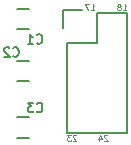
<source format=gbo>
G04 #@! TF.FileFunction,Legend,Bot*
%FSLAX46Y46*%
G04 Gerber Fmt 4.6, Leading zero omitted, Abs format (unit mm)*
G04 Created by KiCad (PCBNEW 4.0.4-stable) date Monday 13 March 2017 'à' 21:28:55*
%MOMM*%
%LPD*%
G01*
G04 APERTURE LIST*
%ADD10C,0.100000*%
%ADD11C,0.125000*%
%ADD12C,0.150000*%
G04 APERTURE END LIST*
D10*
D11*
X60930952Y-45423810D02*
X60907142Y-45400000D01*
X60859523Y-45376190D01*
X60740476Y-45376190D01*
X60692857Y-45400000D01*
X60669047Y-45423810D01*
X60645238Y-45471429D01*
X60645238Y-45519048D01*
X60669047Y-45590476D01*
X60954761Y-45876190D01*
X60645238Y-45876190D01*
X60478571Y-45376190D02*
X60169048Y-45376190D01*
X60335714Y-45566667D01*
X60264286Y-45566667D01*
X60216667Y-45590476D01*
X60192857Y-45614286D01*
X60169048Y-45661905D01*
X60169048Y-45780952D01*
X60192857Y-45828571D01*
X60216667Y-45852381D01*
X60264286Y-45876190D01*
X60407143Y-45876190D01*
X60454762Y-45852381D01*
X60478571Y-45828571D01*
X63580952Y-45423810D02*
X63557142Y-45400000D01*
X63509523Y-45376190D01*
X63390476Y-45376190D01*
X63342857Y-45400000D01*
X63319047Y-45423810D01*
X63295238Y-45471429D01*
X63295238Y-45519048D01*
X63319047Y-45590476D01*
X63604761Y-45876190D01*
X63295238Y-45876190D01*
X62866667Y-45542857D02*
X62866667Y-45876190D01*
X62985714Y-45352381D02*
X63104762Y-45709524D01*
X62795238Y-45709524D01*
X64895238Y-34826190D02*
X65180952Y-34826190D01*
X65038095Y-34826190D02*
X65038095Y-34326190D01*
X65085714Y-34397619D01*
X65133333Y-34445238D01*
X65180952Y-34469048D01*
X64609524Y-34540476D02*
X64657143Y-34516667D01*
X64680952Y-34492857D01*
X64704762Y-34445238D01*
X64704762Y-34421429D01*
X64680952Y-34373810D01*
X64657143Y-34350000D01*
X64609524Y-34326190D01*
X64514286Y-34326190D01*
X64466667Y-34350000D01*
X64442857Y-34373810D01*
X64419048Y-34421429D01*
X64419048Y-34445238D01*
X64442857Y-34492857D01*
X64466667Y-34516667D01*
X64514286Y-34540476D01*
X64609524Y-34540476D01*
X64657143Y-34564286D01*
X64680952Y-34588095D01*
X64704762Y-34635714D01*
X64704762Y-34730952D01*
X64680952Y-34778571D01*
X64657143Y-34802381D01*
X64609524Y-34826190D01*
X64514286Y-34826190D01*
X64466667Y-34802381D01*
X64442857Y-34778571D01*
X64419048Y-34730952D01*
X64419048Y-34635714D01*
X64442857Y-34588095D01*
X64466667Y-34564286D01*
X64514286Y-34540476D01*
X62195238Y-34826190D02*
X62480952Y-34826190D01*
X62338095Y-34826190D02*
X62338095Y-34326190D01*
X62385714Y-34397619D01*
X62433333Y-34445238D01*
X62480952Y-34469048D01*
X62028571Y-34326190D02*
X61695238Y-34326190D01*
X61909524Y-34826190D01*
D12*
X56950000Y-36450000D02*
X55950000Y-36450000D01*
X55950000Y-34750000D02*
X56950000Y-34750000D01*
X56950000Y-40850000D02*
X55950000Y-40850000D01*
X55950000Y-39150000D02*
X56950000Y-39150000D01*
X56950000Y-45600000D02*
X55950000Y-45600000D01*
X55950000Y-43900000D02*
X56950000Y-43900000D01*
X60130000Y-37620000D02*
X60130000Y-45240000D01*
X60130000Y-45240000D02*
X65210000Y-45240000D01*
X65210000Y-45240000D02*
X65210000Y-35080000D01*
X65210000Y-35080000D02*
X62670000Y-35080000D01*
X59850000Y-36350000D02*
X59850000Y-34800000D01*
X62670000Y-35080000D02*
X62670000Y-37620000D01*
X62670000Y-37620000D02*
X60130000Y-37620000D01*
X59850000Y-34800000D02*
X61400000Y-34800000D01*
X57583333Y-37585714D02*
X57621428Y-37623810D01*
X57735714Y-37661905D01*
X57811904Y-37661905D01*
X57926190Y-37623810D01*
X58002381Y-37547619D01*
X58040476Y-37471429D01*
X58078571Y-37319048D01*
X58078571Y-37204762D01*
X58040476Y-37052381D01*
X58002381Y-36976190D01*
X57926190Y-36900000D01*
X57811904Y-36861905D01*
X57735714Y-36861905D01*
X57621428Y-36900000D01*
X57583333Y-36938095D01*
X56821428Y-37661905D02*
X57278571Y-37661905D01*
X57050000Y-37661905D02*
X57050000Y-36861905D01*
X57126190Y-36976190D01*
X57202381Y-37052381D01*
X57278571Y-37090476D01*
X55583333Y-38685714D02*
X55621428Y-38723810D01*
X55735714Y-38761905D01*
X55811904Y-38761905D01*
X55926190Y-38723810D01*
X56002381Y-38647619D01*
X56040476Y-38571429D01*
X56078571Y-38419048D01*
X56078571Y-38304762D01*
X56040476Y-38152381D01*
X56002381Y-38076190D01*
X55926190Y-38000000D01*
X55811904Y-37961905D01*
X55735714Y-37961905D01*
X55621428Y-38000000D01*
X55583333Y-38038095D01*
X55278571Y-38038095D02*
X55240476Y-38000000D01*
X55164285Y-37961905D01*
X54973809Y-37961905D01*
X54897619Y-38000000D01*
X54859523Y-38038095D01*
X54821428Y-38114286D01*
X54821428Y-38190476D01*
X54859523Y-38304762D01*
X55316666Y-38761905D01*
X54821428Y-38761905D01*
X57583333Y-43385714D02*
X57621428Y-43423810D01*
X57735714Y-43461905D01*
X57811904Y-43461905D01*
X57926190Y-43423810D01*
X58002381Y-43347619D01*
X58040476Y-43271429D01*
X58078571Y-43119048D01*
X58078571Y-43004762D01*
X58040476Y-42852381D01*
X58002381Y-42776190D01*
X57926190Y-42700000D01*
X57811904Y-42661905D01*
X57735714Y-42661905D01*
X57621428Y-42700000D01*
X57583333Y-42738095D01*
X57316666Y-42661905D02*
X56821428Y-42661905D01*
X57088095Y-42966667D01*
X56973809Y-42966667D01*
X56897619Y-43004762D01*
X56859523Y-43042857D01*
X56821428Y-43119048D01*
X56821428Y-43309524D01*
X56859523Y-43385714D01*
X56897619Y-43423810D01*
X56973809Y-43461905D01*
X57202381Y-43461905D01*
X57278571Y-43423810D01*
X57316666Y-43385714D01*
M02*

</source>
